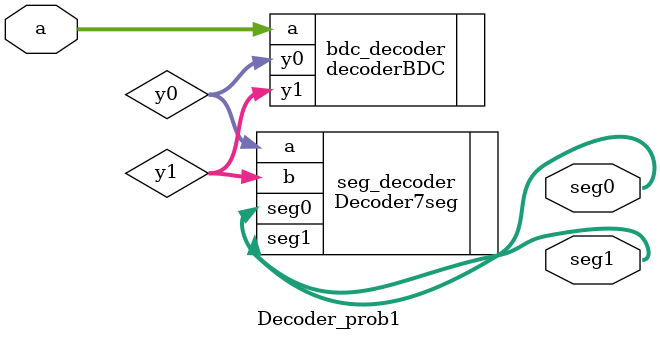
<source format=sv>
module Decoder_prob1(
    input logic [3:0] a,
	output logic [7:0] seg1, seg0
);

	//Variables medias
	logic [3:0] y1, y0;
	
	//instacia del BCD decoder
	decoderBDC bdc_decoder(
	
		.a(a),
		.y1(y1),
		.y0(y0)
	
	);
	

    // Instanciamos el módulo Decoder7seg
		Decoder7seg seg_decoder (
        .a(y0), 
        .b(y1), 
        .seg1(seg1), 
        .seg0(seg0)
    );

endmodule

</source>
